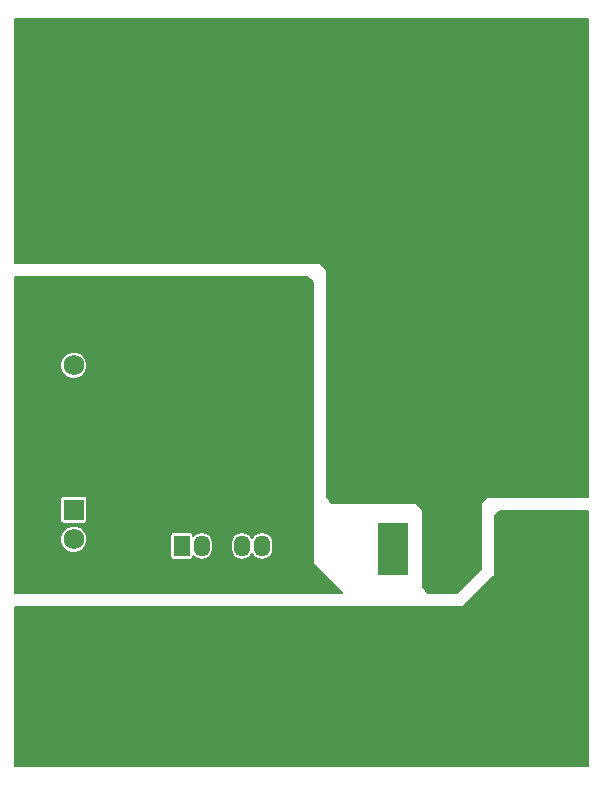
<source format=gbl>
G04 #@! TF.FileFunction,Copper,L2,Bot,Signal*
%FSLAX46Y46*%
G04 Gerber Fmt 4.6, Leading zero omitted, Abs format (unit mm)*
G04 Created by KiCad (PCBNEW 4.0.4-stable) date 04/13/19 01:51:21*
%MOMM*%
%LPD*%
G01*
G04 APERTURE LIST*
%ADD10C,0.100000*%
%ADD11R,1.750000X1.750000*%
%ADD12C,1.750000*%
%ADD13R,10.541000X9.093200*%
%ADD14R,1.350000X1.800000*%
%ADD15O,1.350000X1.800000*%
%ADD16R,13.970000X13.970000*%
%ADD17R,2.500000X4.500000*%
%ADD18O,2.500000X4.500000*%
%ADD19R,6.350000X6.350000*%
%ADD20C,0.685800*%
%ADD21C,0.254000*%
%ADD22C,0.152400*%
G04 APERTURE END LIST*
D10*
D11*
X131064000Y-104648000D03*
D12*
X131064000Y-107148000D03*
D11*
X131064000Y-89916000D03*
D12*
X131064000Y-92416000D03*
D13*
X143608000Y-91036000D03*
D14*
X140208000Y-107696000D03*
D15*
X141908000Y-107696000D03*
X143608000Y-107696000D03*
X145308000Y-107696000D03*
X147008000Y-107696000D03*
D16*
X163565000Y-88090000D03*
D17*
X158115000Y-107950000D03*
D18*
X163565000Y-107950000D03*
X169015000Y-107950000D03*
D19*
X163068000Y-69088000D03*
X163068000Y-120396000D03*
X137668000Y-69088000D03*
X137668000Y-120396000D03*
D20*
X135636000Y-88392000D03*
X135636000Y-91440000D03*
X136144000Y-89916000D03*
X172720000Y-112776000D03*
X172720000Y-110744000D03*
X127508000Y-125476000D03*
X130048000Y-125476000D03*
X130048000Y-122936000D03*
X127508000Y-122936000D03*
X127508000Y-120396000D03*
X130048000Y-120396000D03*
X130048000Y-117856000D03*
X127508000Y-117856000D03*
X127508000Y-115316000D03*
X130048000Y-115316000D03*
X135128000Y-115316000D03*
X132588000Y-115316000D03*
X132588000Y-117856000D03*
X132588000Y-120396000D03*
X132588000Y-122936000D03*
X132588000Y-125476000D03*
X135128000Y-125476000D03*
X137668000Y-125476000D03*
X140208000Y-125476000D03*
X142748000Y-125476000D03*
X145288000Y-125476000D03*
X147828000Y-125476000D03*
X150368000Y-125476000D03*
X150368000Y-122936000D03*
X147828000Y-122936000D03*
X145288000Y-122936000D03*
X142748000Y-122936000D03*
X142748000Y-120396000D03*
X145288000Y-120396000D03*
X147828000Y-120396000D03*
X150368000Y-120396000D03*
X150368000Y-117856000D03*
X147828000Y-117856000D03*
X145288000Y-117856000D03*
X142748000Y-117856000D03*
X165608000Y-125476000D03*
X163068000Y-125476000D03*
X160528000Y-125476000D03*
X157988000Y-125476000D03*
X157988000Y-122936000D03*
X157988000Y-120396000D03*
X157988000Y-117856000D03*
X152908000Y-117856000D03*
X152908000Y-120396000D03*
X152908000Y-122936000D03*
X152908000Y-125476000D03*
X155448000Y-125476000D03*
X155448000Y-122936000D03*
X155448000Y-120396000D03*
X155448000Y-117856000D03*
X173228000Y-125476000D03*
X170688000Y-125476000D03*
X168148000Y-125476000D03*
X168148000Y-122936000D03*
X170688000Y-122936000D03*
X173228000Y-122936000D03*
X173228000Y-120396000D03*
X170688000Y-120396000D03*
X168148000Y-120396000D03*
X137668000Y-115316000D03*
X140208000Y-115316000D03*
X142748000Y-115316000D03*
X145288000Y-115316000D03*
X147828000Y-115316000D03*
X168148000Y-117856000D03*
X170688000Y-117856000D03*
X173228000Y-117856000D03*
X173228000Y-115316000D03*
X170688000Y-115316000D03*
X168148000Y-115316000D03*
X165608000Y-115316000D03*
X163068000Y-115316000D03*
X160528000Y-115316000D03*
X157988000Y-115316000D03*
X155448000Y-115316000D03*
X152908000Y-115316000D03*
X150368000Y-115316000D03*
X170688000Y-112776000D03*
X166624000Y-112776000D03*
X168656000Y-112776000D03*
X172720000Y-101092000D03*
X172720000Y-97028000D03*
X172720000Y-92964000D03*
X172720000Y-88900000D03*
X172720000Y-84836000D03*
X172720000Y-80772000D03*
X172720000Y-76708000D03*
X172720000Y-79248000D03*
X127508000Y-64008000D03*
X130048000Y-64008000D03*
X132588000Y-64008000D03*
X135128000Y-64008000D03*
X137668000Y-64008000D03*
X140208000Y-64008000D03*
X132588000Y-71628000D03*
X130048000Y-71628000D03*
X127508000Y-71628000D03*
X127508000Y-69088000D03*
X130048000Y-69088000D03*
X132588000Y-69088000D03*
X132588000Y-66548000D03*
X130048000Y-66548000D03*
X127508000Y-66548000D03*
X142748000Y-64008000D03*
X145288000Y-64008000D03*
X147828000Y-64008000D03*
X150368000Y-64008000D03*
X152908000Y-64008000D03*
X155448000Y-64008000D03*
X157988000Y-64008000D03*
X160528000Y-64008000D03*
X163068000Y-64008000D03*
X165608000Y-64008000D03*
X142748000Y-66548000D03*
X145288000Y-66548000D03*
X147828000Y-66548000D03*
X150368000Y-66548000D03*
X152908000Y-66548000D03*
X155448000Y-66548000D03*
X157988000Y-66548000D03*
X157988000Y-71628000D03*
X155448000Y-71628000D03*
X152908000Y-71628000D03*
X150368000Y-71628000D03*
X147828000Y-71628000D03*
X145288000Y-71628000D03*
X142748000Y-71628000D03*
X142748000Y-69088000D03*
X145288000Y-69088000D03*
X147828000Y-69088000D03*
X150368000Y-69088000D03*
X152908000Y-69088000D03*
X155448000Y-69088000D03*
X157988000Y-69088000D03*
X167132000Y-79248000D03*
X170688000Y-79248000D03*
X156464000Y-76708000D03*
X160020000Y-76708000D03*
X163576000Y-76708000D03*
X167132000Y-76708000D03*
X170688000Y-76708000D03*
X135128000Y-79248000D03*
X131572000Y-79248000D03*
X128016000Y-79248000D03*
X138684000Y-79248000D03*
X142240000Y-79248000D03*
X145796000Y-79248000D03*
X149352000Y-79248000D03*
X152908000Y-79248000D03*
X156464000Y-79248000D03*
X160020000Y-79248000D03*
X145796000Y-76708000D03*
X142240000Y-76708000D03*
X138684000Y-76708000D03*
X135128000Y-76708000D03*
X131572000Y-76708000D03*
X128016000Y-76708000D03*
X163576000Y-79248000D03*
X127508000Y-74168000D03*
X130048000Y-74168000D03*
X132588000Y-74168000D03*
X135128000Y-74168000D03*
X137668000Y-74168000D03*
X140208000Y-74168000D03*
X142748000Y-74168000D03*
X145288000Y-74168000D03*
X147828000Y-74168000D03*
X150368000Y-74168000D03*
X152908000Y-74168000D03*
X155448000Y-74168000D03*
X157988000Y-74168000D03*
X160528000Y-74168000D03*
X163068000Y-74168000D03*
X165608000Y-74168000D03*
X168148000Y-74168000D03*
X170688000Y-74168000D03*
X173228000Y-74168000D03*
X173228000Y-71628000D03*
X170688000Y-71628000D03*
X168148000Y-71628000D03*
X173228000Y-64008000D03*
X173228000Y-66548000D03*
X173228000Y-69088000D03*
X170688000Y-69088000D03*
X170688000Y-66548000D03*
X170688000Y-64008000D03*
X168148000Y-64008000D03*
X168148000Y-66548000D03*
X168148000Y-69088000D03*
X154432000Y-101092000D03*
X154432000Y-97028000D03*
X154432000Y-92964000D03*
X154432000Y-88900000D03*
X154432000Y-80772000D03*
X154432000Y-84836000D03*
X157480000Y-97028000D03*
X157480000Y-99060000D03*
X157480000Y-101092000D03*
X159512000Y-101092000D03*
X159512000Y-99060000D03*
X159512000Y-97028000D03*
X161544000Y-97028000D03*
X161544000Y-99060000D03*
X161544000Y-101092000D03*
X169672000Y-97028000D03*
X169672000Y-99060000D03*
X169672000Y-101092000D03*
X167640000Y-101092000D03*
X167640000Y-99060000D03*
X167640000Y-97028000D03*
X165608000Y-97028000D03*
X165608000Y-99060000D03*
X165608000Y-101092000D03*
X163576000Y-101092000D03*
X163576000Y-99060000D03*
X163576000Y-97028000D03*
D21*
X135636000Y-90424000D02*
X135636000Y-91440000D01*
X136144000Y-89916000D02*
X135636000Y-90424000D01*
X172720000Y-110744000D02*
X172720000Y-112776000D01*
X130048000Y-125476000D02*
X127508000Y-125476000D01*
X127508000Y-122936000D02*
X130048000Y-122936000D01*
X130048000Y-120396000D02*
X127508000Y-120396000D01*
X127508000Y-117856000D02*
X130048000Y-117856000D01*
X130048000Y-115316000D02*
X127508000Y-115316000D01*
X137668000Y-120396000D02*
X137668000Y-122936000D01*
X137668000Y-122936000D02*
X140208000Y-125476000D01*
X132588000Y-115316000D02*
X135128000Y-115316000D01*
X132588000Y-120396000D02*
X132588000Y-117856000D01*
X132588000Y-125476000D02*
X132588000Y-122936000D01*
X137668000Y-125476000D02*
X135128000Y-125476000D01*
X137668000Y-120396000D02*
X140208000Y-120396000D01*
X140208000Y-120396000D02*
X142748000Y-117856000D01*
X147828000Y-125476000D02*
X145288000Y-125476000D01*
X150368000Y-122936000D02*
X150368000Y-125476000D01*
X145288000Y-122936000D02*
X147828000Y-122936000D01*
X142748000Y-120396000D02*
X142748000Y-122936000D01*
X147828000Y-120396000D02*
X145288000Y-120396000D01*
X150368000Y-117856000D02*
X150368000Y-120396000D01*
X145288000Y-117856000D02*
X147828000Y-117856000D01*
X157988000Y-117856000D02*
X155448000Y-117856000D01*
X165608000Y-125476000D02*
X163068000Y-125476000D01*
X160528000Y-125476000D02*
X157988000Y-125476000D01*
X157988000Y-122936000D02*
X157988000Y-120396000D01*
X152908000Y-122936000D02*
X152908000Y-120396000D01*
X155448000Y-125476000D02*
X152908000Y-125476000D01*
X155448000Y-120396000D02*
X155448000Y-122936000D01*
X163068000Y-120396000D02*
X168148000Y-120396000D01*
X170688000Y-125476000D02*
X173228000Y-125476000D01*
X168148000Y-122936000D02*
X168148000Y-125476000D01*
X173228000Y-122936000D02*
X170688000Y-122936000D01*
X170688000Y-120396000D02*
X173228000Y-120396000D01*
X140208000Y-115316000D02*
X142748000Y-115316000D01*
X145288000Y-115316000D02*
X147828000Y-115316000D01*
X137668000Y-120396000D02*
X137668000Y-115316000D01*
X173228000Y-117856000D02*
X170688000Y-117856000D01*
X170688000Y-115316000D02*
X173228000Y-115316000D01*
X165608000Y-115316000D02*
X168148000Y-115316000D01*
X160528000Y-115316000D02*
X163068000Y-115316000D01*
X155448000Y-115316000D02*
X157988000Y-115316000D01*
X150368000Y-115316000D02*
X152908000Y-115316000D01*
X170688000Y-112776000D02*
X168656000Y-112776000D01*
X166116000Y-120396000D02*
X163068000Y-120396000D01*
X172720000Y-97028000D02*
X172720000Y-92964000D01*
X172720000Y-88900000D02*
X172720000Y-84836000D01*
X169672000Y-101092000D02*
X172720000Y-101092000D01*
X172720000Y-79248000D02*
X172720000Y-76708000D01*
X137668000Y-69088000D02*
X137668000Y-66548000D01*
X137668000Y-66548000D02*
X140208000Y-64008000D01*
X132588000Y-64008000D02*
X130048000Y-64008000D01*
X137668000Y-64008000D02*
X135128000Y-64008000D01*
X132588000Y-71628000D02*
X130048000Y-71628000D01*
X127508000Y-71628000D02*
X127508000Y-69088000D01*
X130048000Y-69088000D02*
X132588000Y-69088000D01*
X132588000Y-66548000D02*
X130048000Y-66548000D01*
X145288000Y-64008000D02*
X142748000Y-64008000D01*
X150368000Y-64008000D02*
X147828000Y-64008000D01*
X155448000Y-64008000D02*
X152908000Y-64008000D01*
X160528000Y-64008000D02*
X157988000Y-64008000D01*
X165608000Y-64008000D02*
X163068000Y-64008000D01*
X145288000Y-66548000D02*
X142748000Y-66548000D01*
X150368000Y-66548000D02*
X147828000Y-66548000D01*
X155448000Y-66548000D02*
X152908000Y-66548000D01*
X157988000Y-69088000D02*
X157988000Y-66548000D01*
X155448000Y-71628000D02*
X152908000Y-71628000D01*
X150368000Y-71628000D02*
X147828000Y-71628000D01*
X145288000Y-71628000D02*
X142748000Y-71628000D01*
X142748000Y-69088000D02*
X145288000Y-69088000D01*
X147828000Y-69088000D02*
X150368000Y-69088000D01*
X152908000Y-69088000D02*
X155448000Y-69088000D01*
X160528000Y-69088000D02*
X157988000Y-71628000D01*
X163068000Y-69088000D02*
X160528000Y-69088000D01*
X167132000Y-79248000D02*
X170688000Y-79248000D01*
X163576000Y-76708000D02*
X160020000Y-76708000D01*
X170688000Y-76708000D02*
X167132000Y-76708000D01*
X131572000Y-79248000D02*
X128016000Y-79248000D01*
X145796000Y-79248000D02*
X142240000Y-79248000D01*
X152908000Y-79248000D02*
X149352000Y-79248000D01*
X160020000Y-79248000D02*
X156464000Y-79248000D01*
X138684000Y-79248000D02*
X135128000Y-79248000D01*
X142240000Y-76708000D02*
X145796000Y-76708000D01*
X135128000Y-76708000D02*
X138684000Y-76708000D01*
X128016000Y-76708000D02*
X131572000Y-76708000D01*
X163565000Y-88090000D02*
X163565000Y-79259000D01*
X163565000Y-79259000D02*
X163576000Y-79248000D01*
X163068000Y-69088000D02*
X163068000Y-71628000D01*
X163068000Y-71628000D02*
X160528000Y-74168000D01*
X132588000Y-74168000D02*
X130048000Y-74168000D01*
X137668000Y-74168000D02*
X135128000Y-74168000D01*
X142748000Y-74168000D02*
X140208000Y-74168000D01*
X147828000Y-74168000D02*
X145288000Y-74168000D01*
X152908000Y-74168000D02*
X150368000Y-74168000D01*
X157988000Y-74168000D02*
X155448000Y-74168000D01*
X168148000Y-71628000D02*
X168148000Y-69088000D01*
X165608000Y-74168000D02*
X168148000Y-74168000D01*
X170688000Y-74168000D02*
X173228000Y-74168000D01*
X173228000Y-71628000D02*
X170688000Y-71628000D01*
X163068000Y-69088000D02*
X163068000Y-74168000D01*
X173228000Y-66548000D02*
X173228000Y-64008000D01*
X170688000Y-69088000D02*
X173228000Y-69088000D01*
X170688000Y-64008000D02*
X170688000Y-66548000D01*
X168148000Y-66548000D02*
X168148000Y-64008000D01*
X154432000Y-88900000D02*
X154432000Y-84836000D01*
X154432000Y-97028000D02*
X154432000Y-92964000D01*
X157480000Y-101092000D02*
X154432000Y-101092000D01*
X157480000Y-101092000D02*
X157480000Y-99060000D01*
X159512000Y-99060000D02*
X159512000Y-101092000D01*
X161544000Y-97028000D02*
X159512000Y-97028000D01*
X161544000Y-101092000D02*
X161544000Y-99060000D01*
X169672000Y-99060000D02*
X169672000Y-97028000D01*
X167640000Y-101092000D02*
X169672000Y-101092000D01*
X167640000Y-97028000D02*
X167640000Y-99060000D01*
X165608000Y-99060000D02*
X165608000Y-97028000D01*
X163576000Y-101092000D02*
X165608000Y-101092000D01*
X163576000Y-97028000D02*
X163576000Y-99060000D01*
X163565000Y-88090000D02*
X162258000Y-88090000D01*
D22*
G36*
X174626200Y-126366200D02*
X126109800Y-126366200D01*
X126109800Y-112852200D01*
X164084000Y-112852200D01*
X164113646Y-112846197D01*
X164137882Y-112829882D01*
X166677882Y-110289882D01*
X166694599Y-110264673D01*
X166700200Y-110236000D01*
X166700200Y-105187564D01*
X167163564Y-104724200D01*
X174626200Y-104724200D01*
X174626200Y-126366200D01*
X174626200Y-126366200D01*
G37*
X174626200Y-126366200D02*
X126109800Y-126366200D01*
X126109800Y-112852200D01*
X164084000Y-112852200D01*
X164113646Y-112846197D01*
X164137882Y-112829882D01*
X166677882Y-110289882D01*
X166694599Y-110264673D01*
X166700200Y-110236000D01*
X166700200Y-105187564D01*
X167163564Y-104724200D01*
X174626200Y-104724200D01*
X174626200Y-126366200D01*
G36*
X151307800Y-85375564D02*
X151307800Y-109220000D01*
X151313803Y-109249646D01*
X151330118Y-109273882D01*
X153740036Y-111683800D01*
X126109800Y-111683800D01*
X126109800Y-107376617D01*
X129909400Y-107376617D01*
X130084777Y-107801061D01*
X130409231Y-108126082D01*
X130833368Y-108302199D01*
X131292617Y-108302600D01*
X131717061Y-108127223D01*
X132042082Y-107802769D01*
X132218199Y-107378632D01*
X132218600Y-106919383D01*
X132167620Y-106796000D01*
X139248127Y-106796000D01*
X139248127Y-108596000D01*
X139267609Y-108699539D01*
X139328801Y-108794634D01*
X139422168Y-108858429D01*
X139533000Y-108880873D01*
X140883000Y-108880873D01*
X140986539Y-108861391D01*
X141081634Y-108800199D01*
X141145429Y-108706832D01*
X141167873Y-108596000D01*
X141167873Y-108521294D01*
X141233137Y-108618969D01*
X141542767Y-108825857D01*
X141908000Y-108898506D01*
X142273233Y-108825857D01*
X142582863Y-108618969D01*
X142789751Y-108309339D01*
X142862400Y-107944106D01*
X142862400Y-107447894D01*
X144353600Y-107447894D01*
X144353600Y-107944106D01*
X144426249Y-108309339D01*
X144633137Y-108618969D01*
X144942767Y-108825857D01*
X145308000Y-108898506D01*
X145673233Y-108825857D01*
X145982863Y-108618969D01*
X146158000Y-108356858D01*
X146333137Y-108618969D01*
X146642767Y-108825857D01*
X147008000Y-108898506D01*
X147373233Y-108825857D01*
X147682863Y-108618969D01*
X147889751Y-108309339D01*
X147962400Y-107944106D01*
X147962400Y-107447894D01*
X147889751Y-107082661D01*
X147682863Y-106773031D01*
X147373233Y-106566143D01*
X147008000Y-106493494D01*
X146642767Y-106566143D01*
X146333137Y-106773031D01*
X146158000Y-107035142D01*
X145982863Y-106773031D01*
X145673233Y-106566143D01*
X145308000Y-106493494D01*
X144942767Y-106566143D01*
X144633137Y-106773031D01*
X144426249Y-107082661D01*
X144353600Y-107447894D01*
X142862400Y-107447894D01*
X142789751Y-107082661D01*
X142582863Y-106773031D01*
X142273233Y-106566143D01*
X141908000Y-106493494D01*
X141542767Y-106566143D01*
X141233137Y-106773031D01*
X141167873Y-106870706D01*
X141167873Y-106796000D01*
X141148391Y-106692461D01*
X141087199Y-106597366D01*
X140993832Y-106533571D01*
X140883000Y-106511127D01*
X139533000Y-106511127D01*
X139429461Y-106530609D01*
X139334366Y-106591801D01*
X139270571Y-106685168D01*
X139248127Y-106796000D01*
X132167620Y-106796000D01*
X132043223Y-106494939D01*
X131718769Y-106169918D01*
X131294632Y-105993801D01*
X130835383Y-105993400D01*
X130410939Y-106168777D01*
X130085918Y-106493231D01*
X129909801Y-106917368D01*
X129909400Y-107376617D01*
X126109800Y-107376617D01*
X126109800Y-103773000D01*
X129904127Y-103773000D01*
X129904127Y-105523000D01*
X129923609Y-105626539D01*
X129984801Y-105721634D01*
X130078168Y-105785429D01*
X130189000Y-105807873D01*
X131939000Y-105807873D01*
X132042539Y-105788391D01*
X132137634Y-105727199D01*
X132201429Y-105633832D01*
X132223873Y-105523000D01*
X132223873Y-103773000D01*
X132204391Y-103669461D01*
X132143199Y-103574366D01*
X132049832Y-103510571D01*
X131939000Y-103488127D01*
X130189000Y-103488127D01*
X130085461Y-103507609D01*
X129990366Y-103568801D01*
X129926571Y-103662168D01*
X129904127Y-103773000D01*
X126109800Y-103773000D01*
X126109800Y-92644617D01*
X129909400Y-92644617D01*
X130084777Y-93069061D01*
X130409231Y-93394082D01*
X130833368Y-93570199D01*
X131292617Y-93570600D01*
X131717061Y-93395223D01*
X132042082Y-93070769D01*
X132218199Y-92646632D01*
X132218600Y-92187383D01*
X132043223Y-91762939D01*
X131718769Y-91437918D01*
X131294632Y-91261801D01*
X130835383Y-91261400D01*
X130410939Y-91436777D01*
X130085918Y-91761231D01*
X129909801Y-92185368D01*
X129909400Y-92644617D01*
X126109800Y-92644617D01*
X126109800Y-84912200D01*
X150844436Y-84912200D01*
X151307800Y-85375564D01*
X151307800Y-85375564D01*
G37*
X151307800Y-85375564D02*
X151307800Y-109220000D01*
X151313803Y-109249646D01*
X151330118Y-109273882D01*
X153740036Y-111683800D01*
X126109800Y-111683800D01*
X126109800Y-107376617D01*
X129909400Y-107376617D01*
X130084777Y-107801061D01*
X130409231Y-108126082D01*
X130833368Y-108302199D01*
X131292617Y-108302600D01*
X131717061Y-108127223D01*
X132042082Y-107802769D01*
X132218199Y-107378632D01*
X132218600Y-106919383D01*
X132167620Y-106796000D01*
X139248127Y-106796000D01*
X139248127Y-108596000D01*
X139267609Y-108699539D01*
X139328801Y-108794634D01*
X139422168Y-108858429D01*
X139533000Y-108880873D01*
X140883000Y-108880873D01*
X140986539Y-108861391D01*
X141081634Y-108800199D01*
X141145429Y-108706832D01*
X141167873Y-108596000D01*
X141167873Y-108521294D01*
X141233137Y-108618969D01*
X141542767Y-108825857D01*
X141908000Y-108898506D01*
X142273233Y-108825857D01*
X142582863Y-108618969D01*
X142789751Y-108309339D01*
X142862400Y-107944106D01*
X142862400Y-107447894D01*
X144353600Y-107447894D01*
X144353600Y-107944106D01*
X144426249Y-108309339D01*
X144633137Y-108618969D01*
X144942767Y-108825857D01*
X145308000Y-108898506D01*
X145673233Y-108825857D01*
X145982863Y-108618969D01*
X146158000Y-108356858D01*
X146333137Y-108618969D01*
X146642767Y-108825857D01*
X147008000Y-108898506D01*
X147373233Y-108825857D01*
X147682863Y-108618969D01*
X147889751Y-108309339D01*
X147962400Y-107944106D01*
X147962400Y-107447894D01*
X147889751Y-107082661D01*
X147682863Y-106773031D01*
X147373233Y-106566143D01*
X147008000Y-106493494D01*
X146642767Y-106566143D01*
X146333137Y-106773031D01*
X146158000Y-107035142D01*
X145982863Y-106773031D01*
X145673233Y-106566143D01*
X145308000Y-106493494D01*
X144942767Y-106566143D01*
X144633137Y-106773031D01*
X144426249Y-107082661D01*
X144353600Y-107447894D01*
X142862400Y-107447894D01*
X142789751Y-107082661D01*
X142582863Y-106773031D01*
X142273233Y-106566143D01*
X141908000Y-106493494D01*
X141542767Y-106566143D01*
X141233137Y-106773031D01*
X141167873Y-106870706D01*
X141167873Y-106796000D01*
X141148391Y-106692461D01*
X141087199Y-106597366D01*
X140993832Y-106533571D01*
X140883000Y-106511127D01*
X139533000Y-106511127D01*
X139429461Y-106530609D01*
X139334366Y-106591801D01*
X139270571Y-106685168D01*
X139248127Y-106796000D01*
X132167620Y-106796000D01*
X132043223Y-106494939D01*
X131718769Y-106169918D01*
X131294632Y-105993801D01*
X130835383Y-105993400D01*
X130410939Y-106168777D01*
X130085918Y-106493231D01*
X129909801Y-106917368D01*
X129909400Y-107376617D01*
X126109800Y-107376617D01*
X126109800Y-103773000D01*
X129904127Y-103773000D01*
X129904127Y-105523000D01*
X129923609Y-105626539D01*
X129984801Y-105721634D01*
X130078168Y-105785429D01*
X130189000Y-105807873D01*
X131939000Y-105807873D01*
X132042539Y-105788391D01*
X132137634Y-105727199D01*
X132201429Y-105633832D01*
X132223873Y-105523000D01*
X132223873Y-103773000D01*
X132204391Y-103669461D01*
X132143199Y-103574366D01*
X132049832Y-103510571D01*
X131939000Y-103488127D01*
X130189000Y-103488127D01*
X130085461Y-103507609D01*
X129990366Y-103568801D01*
X129926571Y-103662168D01*
X129904127Y-103773000D01*
X126109800Y-103773000D01*
X126109800Y-92644617D01*
X129909400Y-92644617D01*
X130084777Y-93069061D01*
X130409231Y-93394082D01*
X130833368Y-93570199D01*
X131292617Y-93570600D01*
X131717061Y-93395223D01*
X132042082Y-93070769D01*
X132218199Y-92646632D01*
X132218600Y-92187383D01*
X132043223Y-91762939D01*
X131718769Y-91437918D01*
X131294632Y-91261801D01*
X130835383Y-91261400D01*
X130410939Y-91436777D01*
X130085918Y-91761231D01*
X129909801Y-92185368D01*
X129909400Y-92644617D01*
X126109800Y-92644617D01*
X126109800Y-84912200D01*
X150844436Y-84912200D01*
X151307800Y-85375564D01*
G36*
X174626200Y-103555800D02*
X166116000Y-103555800D01*
X166086354Y-103561803D01*
X166062118Y-103578118D01*
X165554118Y-104086118D01*
X165537401Y-104111327D01*
X165531800Y-104140000D01*
X165531800Y-109696436D01*
X163544436Y-111683800D01*
X161067564Y-111683800D01*
X160604200Y-111220436D01*
X160604200Y-104648000D01*
X160598197Y-104618354D01*
X160581882Y-104594118D01*
X160073882Y-104086118D01*
X160048673Y-104069401D01*
X160020000Y-104063800D01*
X152939564Y-104063800D01*
X152476200Y-103600436D01*
X152476200Y-84328000D01*
X152470197Y-84298354D01*
X152453882Y-84274118D01*
X151945882Y-83766118D01*
X151920673Y-83749401D01*
X151892000Y-83743800D01*
X126109800Y-83743800D01*
X126109800Y-63117800D01*
X174626200Y-63117800D01*
X174626200Y-103555800D01*
X174626200Y-103555800D01*
G37*
X174626200Y-103555800D02*
X166116000Y-103555800D01*
X166086354Y-103561803D01*
X166062118Y-103578118D01*
X165554118Y-104086118D01*
X165537401Y-104111327D01*
X165531800Y-104140000D01*
X165531800Y-109696436D01*
X163544436Y-111683800D01*
X161067564Y-111683800D01*
X160604200Y-111220436D01*
X160604200Y-104648000D01*
X160598197Y-104618354D01*
X160581882Y-104594118D01*
X160073882Y-104086118D01*
X160048673Y-104069401D01*
X160020000Y-104063800D01*
X152939564Y-104063800D01*
X152476200Y-103600436D01*
X152476200Y-84328000D01*
X152470197Y-84298354D01*
X152453882Y-84274118D01*
X151945882Y-83766118D01*
X151920673Y-83749401D01*
X151892000Y-83743800D01*
X126109800Y-83743800D01*
X126109800Y-63117800D01*
X174626200Y-63117800D01*
X174626200Y-103555800D01*
M02*

</source>
